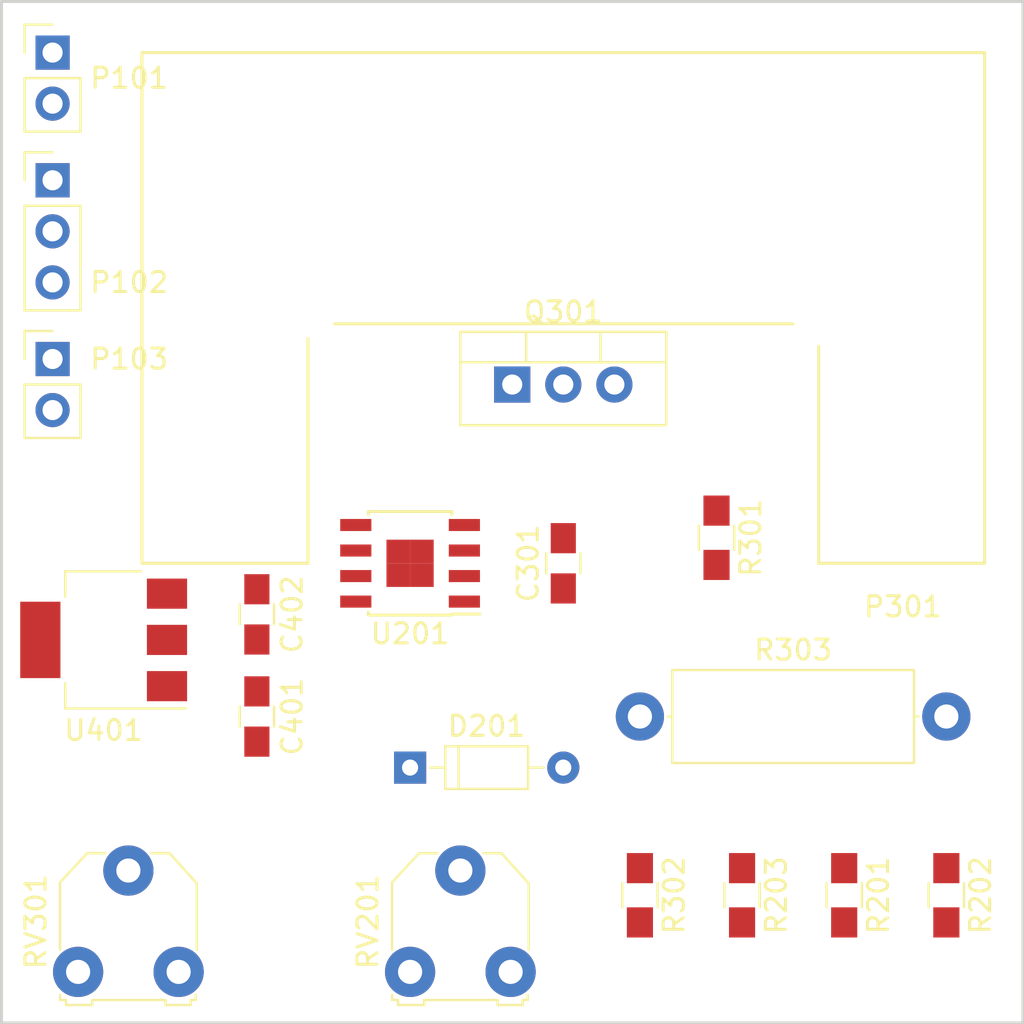
<source format=kicad_pcb>
(kicad_pcb (version 4) (host pcbnew 4.0.5)

  (general
    (links 32)
    (no_connects 32)
    (area 0 0 0 0)
    (thickness 1.6)
    (drawings 4)
    (tracks 0)
    (zones 0)
    (modules 19)
    (nets 13)
  )

  (page A4)
  (layers
    (0 F.Cu signal)
    (31 B.Cu signal)
    (32 B.Adhes user)
    (33 F.Adhes user)
    (34 B.Paste user)
    (35 F.Paste user)
    (36 B.SilkS user)
    (37 F.SilkS user)
    (38 B.Mask user)
    (39 F.Mask user)
    (40 Dwgs.User user)
    (41 Cmts.User user)
    (42 Eco1.User user)
    (43 Eco2.User user)
    (44 Edge.Cuts user)
    (45 Margin user)
    (46 B.CrtYd user)
    (47 F.CrtYd user)
    (48 B.Fab user)
    (49 F.Fab user)
  )

  (setup
    (last_trace_width 0.25)
    (trace_clearance 0.2)
    (zone_clearance 0.508)
    (zone_45_only no)
    (trace_min 0.2)
    (segment_width 0.2)
    (edge_width 0.15)
    (via_size 0.6)
    (via_drill 0.4)
    (via_min_size 0.4)
    (via_min_drill 0.3)
    (uvia_size 0.3)
    (uvia_drill 0.1)
    (uvias_allowed no)
    (uvia_min_size 0.2)
    (uvia_min_drill 0.1)
    (pcb_text_width 0.3)
    (pcb_text_size 1.5 1.5)
    (mod_edge_width 0.15)
    (mod_text_size 1 1)
    (mod_text_width 0.15)
    (pad_size 1.524 1.524)
    (pad_drill 0.762)
    (pad_to_mask_clearance 0.2)
    (aux_axis_origin 0 0)
    (visible_elements FFFFFF7F)
    (pcbplotparams
      (layerselection 0x00030_80000001)
      (usegerberextensions false)
      (excludeedgelayer true)
      (linewidth 0.100000)
      (plotframeref false)
      (viasonmask false)
      (mode 1)
      (useauxorigin false)
      (hpglpennumber 1)
      (hpglpenspeed 20)
      (hpglpendiameter 15)
      (hpglpenoverlay 2)
      (psnegative false)
      (psa4output false)
      (plotreference true)
      (plotvalue true)
      (plotinvisibletext false)
      (padsonsilk false)
      (subtractmaskfromsilk false)
      (outputformat 1)
      (mirror false)
      (drillshape 1)
      (scaleselection 1)
      (outputdirectory ""))
  )

  (net 0 "")
  (net 1 +3V3)
  (net 2 GND)
  (net 3 "/Power Regulation/Vin")
  (net 4 "Net-(D201-Pad1)")
  (net 5 "/Current Control/FET_Gate")
  (net 6 "Net-(P101-Pad1)")
  (net 7 "/Current Control/Current_Sink_In")
  (net 8 "Net-(Q301-Pad3)")
  (net 9 "Net-(R201-Pad2)")
  (net 10 "Net-(R203-Pad1)")
  (net 11 "Net-(R301-Pad1)")
  (net 12 "Net-(R302-Pad2)")

  (net_class Default "This is the default net class."
    (clearance 0.2)
    (trace_width 0.25)
    (via_dia 0.6)
    (via_drill 0.4)
    (uvia_dia 0.3)
    (uvia_drill 0.1)
    (add_net +3V3)
    (add_net "/Current Control/Current_Sink_In")
    (add_net "/Current Control/FET_Gate")
    (add_net "/Power Regulation/Vin")
    (add_net GND)
    (add_net "Net-(D201-Pad1)")
    (add_net "Net-(P101-Pad1)")
    (add_net "Net-(Q301-Pad3)")
    (add_net "Net-(R201-Pad2)")
    (add_net "Net-(R203-Pad1)")
    (add_net "Net-(R301-Pad1)")
    (add_net "Net-(R302-Pad2)")
  )

  (module Capacitors_SMD:C_0805_HandSoldering (layer F.Cu) (tedit 58AA84A8) (tstamp 58B410CF)
    (at 137.16 72.39 90)
    (descr "Capacitor SMD 0805, hand soldering")
    (tags "capacitor 0805")
    (path /58B3E494/58B3F228)
    (attr smd)
    (fp_text reference C301 (at 0 -1.75 90) (layer F.SilkS)
      (effects (font (size 1 1) (thickness 0.15)))
    )
    (fp_text value C (at 0 1.75 90) (layer F.Fab)
      (effects (font (size 1 1) (thickness 0.15)))
    )
    (fp_text user %R (at 0 -1.75 90) (layer F.Fab)
      (effects (font (size 1 1) (thickness 0.15)))
    )
    (fp_line (start -1 0.62) (end -1 -0.62) (layer F.Fab) (width 0.1))
    (fp_line (start 1 0.62) (end -1 0.62) (layer F.Fab) (width 0.1))
    (fp_line (start 1 -0.62) (end 1 0.62) (layer F.Fab) (width 0.1))
    (fp_line (start -1 -0.62) (end 1 -0.62) (layer F.Fab) (width 0.1))
    (fp_line (start 0.5 -0.85) (end -0.5 -0.85) (layer F.SilkS) (width 0.12))
    (fp_line (start -0.5 0.85) (end 0.5 0.85) (layer F.SilkS) (width 0.12))
    (fp_line (start -2.25 -0.88) (end 2.25 -0.88) (layer F.CrtYd) (width 0.05))
    (fp_line (start -2.25 -0.88) (end -2.25 0.87) (layer F.CrtYd) (width 0.05))
    (fp_line (start 2.25 0.87) (end 2.25 -0.88) (layer F.CrtYd) (width 0.05))
    (fp_line (start 2.25 0.87) (end -2.25 0.87) (layer F.CrtYd) (width 0.05))
    (pad 1 smd rect (at -1.25 0 90) (size 1.5 1.25) (layers F.Cu F.Paste F.Mask)
      (net 1 +3V3))
    (pad 2 smd rect (at 1.25 0 90) (size 1.5 1.25) (layers F.Cu F.Paste F.Mask)
      (net 2 GND))
    (model Capacitors_SMD.3dshapes/C_0805.wrl
      (at (xyz 0 0 0))
      (scale (xyz 1 1 1))
      (rotate (xyz 0 0 0))
    )
  )

  (module Capacitors_SMD:C_0805_HandSoldering (layer F.Cu) (tedit 58AA84A8) (tstamp 58B410D5)
    (at 121.92 80.01 270)
    (descr "Capacitor SMD 0805, hand soldering")
    (tags "capacitor 0805")
    (path /58B3E4BE/58B3E9D2)
    (attr smd)
    (fp_text reference C401 (at 0 -1.75 270) (layer F.SilkS)
      (effects (font (size 1 1) (thickness 0.15)))
    )
    (fp_text value C (at 0 1.75 270) (layer F.Fab)
      (effects (font (size 1 1) (thickness 0.15)))
    )
    (fp_text user %R (at 0 -1.75 270) (layer F.Fab)
      (effects (font (size 1 1) (thickness 0.15)))
    )
    (fp_line (start -1 0.62) (end -1 -0.62) (layer F.Fab) (width 0.1))
    (fp_line (start 1 0.62) (end -1 0.62) (layer F.Fab) (width 0.1))
    (fp_line (start 1 -0.62) (end 1 0.62) (layer F.Fab) (width 0.1))
    (fp_line (start -1 -0.62) (end 1 -0.62) (layer F.Fab) (width 0.1))
    (fp_line (start 0.5 -0.85) (end -0.5 -0.85) (layer F.SilkS) (width 0.12))
    (fp_line (start -0.5 0.85) (end 0.5 0.85) (layer F.SilkS) (width 0.12))
    (fp_line (start -2.25 -0.88) (end 2.25 -0.88) (layer F.CrtYd) (width 0.05))
    (fp_line (start -2.25 -0.88) (end -2.25 0.87) (layer F.CrtYd) (width 0.05))
    (fp_line (start 2.25 0.87) (end 2.25 -0.88) (layer F.CrtYd) (width 0.05))
    (fp_line (start 2.25 0.87) (end -2.25 0.87) (layer F.CrtYd) (width 0.05))
    (pad 1 smd rect (at -1.25 0 270) (size 1.5 1.25) (layers F.Cu F.Paste F.Mask)
      (net 3 "/Power Regulation/Vin"))
    (pad 2 smd rect (at 1.25 0 270) (size 1.5 1.25) (layers F.Cu F.Paste F.Mask)
      (net 2 GND))
    (model Capacitors_SMD.3dshapes/C_0805.wrl
      (at (xyz 0 0 0))
      (scale (xyz 1 1 1))
      (rotate (xyz 0 0 0))
    )
  )

  (module Capacitors_SMD:C_0805_HandSoldering (layer F.Cu) (tedit 58AA84A8) (tstamp 58B410DB)
    (at 121.92 74.93 270)
    (descr "Capacitor SMD 0805, hand soldering")
    (tags "capacitor 0805")
    (path /58B3E4BE/58B3E9DA)
    (attr smd)
    (fp_text reference C402 (at 0 -1.75 270) (layer F.SilkS)
      (effects (font (size 1 1) (thickness 0.15)))
    )
    (fp_text value 22U (at 0 1.75 270) (layer F.Fab)
      (effects (font (size 1 1) (thickness 0.15)))
    )
    (fp_text user %R (at 0 -1.75 270) (layer F.Fab)
      (effects (font (size 1 1) (thickness 0.15)))
    )
    (fp_line (start -1 0.62) (end -1 -0.62) (layer F.Fab) (width 0.1))
    (fp_line (start 1 0.62) (end -1 0.62) (layer F.Fab) (width 0.1))
    (fp_line (start 1 -0.62) (end 1 0.62) (layer F.Fab) (width 0.1))
    (fp_line (start -1 -0.62) (end 1 -0.62) (layer F.Fab) (width 0.1))
    (fp_line (start 0.5 -0.85) (end -0.5 -0.85) (layer F.SilkS) (width 0.12))
    (fp_line (start -0.5 0.85) (end 0.5 0.85) (layer F.SilkS) (width 0.12))
    (fp_line (start -2.25 -0.88) (end 2.25 -0.88) (layer F.CrtYd) (width 0.05))
    (fp_line (start -2.25 -0.88) (end -2.25 0.87) (layer F.CrtYd) (width 0.05))
    (fp_line (start 2.25 0.87) (end 2.25 -0.88) (layer F.CrtYd) (width 0.05))
    (fp_line (start 2.25 0.87) (end -2.25 0.87) (layer F.CrtYd) (width 0.05))
    (pad 1 smd rect (at -1.25 0 270) (size 1.5 1.25) (layers F.Cu F.Paste F.Mask)
      (net 1 +3V3))
    (pad 2 smd rect (at 1.25 0 270) (size 1.5 1.25) (layers F.Cu F.Paste F.Mask)
      (net 2 GND))
    (model Capacitors_SMD.3dshapes/C_0805.wrl
      (at (xyz 0 0 0))
      (scale (xyz 1 1 1))
      (rotate (xyz 0 0 0))
    )
  )

  (module Diodes_ThroughHole:D_DO-35_SOD27_P7.62mm_Horizontal (layer F.Cu) (tedit 5877C982) (tstamp 58B410E1)
    (at 129.54 82.55)
    (descr "D, DO-35_SOD27 series, Axial, Horizontal, pin pitch=7.62mm, , length*diameter=4*2mm^2, , http://www.diodes.com/_files/packages/DO-35.pdf")
    (tags "D DO-35_SOD27 series Axial Horizontal pin pitch 7.62mm  length 4mm diameter 2mm")
    (path /58B3E427/58B412C9)
    (fp_text reference D201 (at 3.81 -2.06) (layer F.SilkS)
      (effects (font (size 1 1) (thickness 0.15)))
    )
    (fp_text value D (at 3.81 2.06) (layer F.Fab)
      (effects (font (size 1 1) (thickness 0.15)))
    )
    (fp_line (start 1.81 -1) (end 1.81 1) (layer F.Fab) (width 0.1))
    (fp_line (start 1.81 1) (end 5.81 1) (layer F.Fab) (width 0.1))
    (fp_line (start 5.81 1) (end 5.81 -1) (layer F.Fab) (width 0.1))
    (fp_line (start 5.81 -1) (end 1.81 -1) (layer F.Fab) (width 0.1))
    (fp_line (start 0 0) (end 1.81 0) (layer F.Fab) (width 0.1))
    (fp_line (start 7.62 0) (end 5.81 0) (layer F.Fab) (width 0.1))
    (fp_line (start 2.41 -1) (end 2.41 1) (layer F.Fab) (width 0.1))
    (fp_line (start 1.75 -1.06) (end 1.75 1.06) (layer F.SilkS) (width 0.12))
    (fp_line (start 1.75 1.06) (end 5.87 1.06) (layer F.SilkS) (width 0.12))
    (fp_line (start 5.87 1.06) (end 5.87 -1.06) (layer F.SilkS) (width 0.12))
    (fp_line (start 5.87 -1.06) (end 1.75 -1.06) (layer F.SilkS) (width 0.12))
    (fp_line (start 0.98 0) (end 1.75 0) (layer F.SilkS) (width 0.12))
    (fp_line (start 6.64 0) (end 5.87 0) (layer F.SilkS) (width 0.12))
    (fp_line (start 2.41 -1.06) (end 2.41 1.06) (layer F.SilkS) (width 0.12))
    (fp_line (start -1.05 -1.35) (end -1.05 1.35) (layer F.CrtYd) (width 0.05))
    (fp_line (start -1.05 1.35) (end 8.7 1.35) (layer F.CrtYd) (width 0.05))
    (fp_line (start 8.7 1.35) (end 8.7 -1.35) (layer F.CrtYd) (width 0.05))
    (fp_line (start 8.7 -1.35) (end -1.05 -1.35) (layer F.CrtYd) (width 0.05))
    (pad 1 thru_hole rect (at 0 0) (size 1.6 1.6) (drill 0.8) (layers *.Cu *.Mask)
      (net 4 "Net-(D201-Pad1)"))
    (pad 2 thru_hole oval (at 7.62 0) (size 1.6 1.6) (drill 0.8) (layers *.Cu *.Mask)
      (net 5 "/Current Control/FET_Gate"))
    (model Diodes_THT.3dshapes/D_DO-35_SOD27_P7.62mm_Horizontal.wrl
      (at (xyz 0 0 0))
      (scale (xyz 0.393701 0.393701 0.393701))
      (rotate (xyz 0 0 0))
    )
  )

  (module Pin_Headers:Pin_Header_Straight_1x02_Pitch2.54mm (layer F.Cu) (tedit 58B54559) (tstamp 58B410E7)
    (at 111.76 46.99)
    (descr "Through hole straight pin header, 1x02, 2.54mm pitch, single row")
    (tags "Through hole pin header THT 1x02 2.54mm single row")
    (path /58B2CB42)
    (fp_text reference P101 (at 3.81 1.27) (layer F.SilkS)
      (effects (font (size 1 1) (thickness 0.15)))
    )
    (fp_text value "Battery Input" (at 7.62 -1.27) (layer F.Fab)
      (effects (font (size 1 1) (thickness 0.15)))
    )
    (fp_line (start -1.27 -1.27) (end -1.27 3.81) (layer F.Fab) (width 0.1))
    (fp_line (start -1.27 3.81) (end 1.27 3.81) (layer F.Fab) (width 0.1))
    (fp_line (start 1.27 3.81) (end 1.27 -1.27) (layer F.Fab) (width 0.1))
    (fp_line (start 1.27 -1.27) (end -1.27 -1.27) (layer F.Fab) (width 0.1))
    (fp_line (start -1.39 1.27) (end -1.39 3.93) (layer F.SilkS) (width 0.12))
    (fp_line (start -1.39 3.93) (end 1.39 3.93) (layer F.SilkS) (width 0.12))
    (fp_line (start 1.39 3.93) (end 1.39 1.27) (layer F.SilkS) (width 0.12))
    (fp_line (start 1.39 1.27) (end -1.39 1.27) (layer F.SilkS) (width 0.12))
    (fp_line (start -1.39 0) (end -1.39 -1.39) (layer F.SilkS) (width 0.12))
    (fp_line (start -1.39 -1.39) (end 0 -1.39) (layer F.SilkS) (width 0.12))
    (fp_line (start -1.6 -1.6) (end -1.6 4.1) (layer F.CrtYd) (width 0.05))
    (fp_line (start -1.6 4.1) (end 1.6 4.1) (layer F.CrtYd) (width 0.05))
    (fp_line (start 1.6 4.1) (end 1.6 -1.6) (layer F.CrtYd) (width 0.05))
    (fp_line (start 1.6 -1.6) (end -1.6 -1.6) (layer F.CrtYd) (width 0.05))
    (pad 1 thru_hole rect (at 0 0) (size 1.7 1.7) (drill 1) (layers *.Cu *.Mask)
      (net 6 "Net-(P101-Pad1)"))
    (pad 2 thru_hole oval (at 0 2.54) (size 1.7 1.7) (drill 1) (layers *.Cu *.Mask)
      (net 2 GND))
    (model Pin_Headers.3dshapes/Pin_Header_Straight_1x02_Pitch2.54mm.wrl
      (at (xyz 0 -0.05 0))
      (scale (xyz 1 1 1))
      (rotate (xyz 0 0 90))
    )
  )

  (module Pin_Headers:Pin_Header_Straight_1x03_Pitch2.54mm (layer F.Cu) (tedit 58B54571) (tstamp 58B410EE)
    (at 111.76 53.34)
    (descr "Through hole straight pin header, 1x03, 2.54mm pitch, single row")
    (tags "Through hole pin header THT 1x03 2.54mm single row")
    (path /58B2C889)
    (fp_text reference P102 (at 3.81 5.08) (layer F.SilkS)
      (effects (font (size 1 1) (thickness 0.15)))
    )
    (fp_text value CONN_01X03 (at 6.35 0) (layer F.Fab)
      (effects (font (size 1 1) (thickness 0.15)))
    )
    (fp_line (start -1.27 -1.27) (end -1.27 6.35) (layer F.Fab) (width 0.1))
    (fp_line (start -1.27 6.35) (end 1.27 6.35) (layer F.Fab) (width 0.1))
    (fp_line (start 1.27 6.35) (end 1.27 -1.27) (layer F.Fab) (width 0.1))
    (fp_line (start 1.27 -1.27) (end -1.27 -1.27) (layer F.Fab) (width 0.1))
    (fp_line (start -1.39 1.27) (end -1.39 6.47) (layer F.SilkS) (width 0.12))
    (fp_line (start -1.39 6.47) (end 1.39 6.47) (layer F.SilkS) (width 0.12))
    (fp_line (start 1.39 6.47) (end 1.39 1.27) (layer F.SilkS) (width 0.12))
    (fp_line (start 1.39 1.27) (end -1.39 1.27) (layer F.SilkS) (width 0.12))
    (fp_line (start -1.39 0) (end -1.39 -1.39) (layer F.SilkS) (width 0.12))
    (fp_line (start -1.39 -1.39) (end 0 -1.39) (layer F.SilkS) (width 0.12))
    (fp_line (start -1.6 -1.6) (end -1.6 6.6) (layer F.CrtYd) (width 0.05))
    (fp_line (start -1.6 6.6) (end 1.6 6.6) (layer F.CrtYd) (width 0.05))
    (fp_line (start 1.6 6.6) (end 1.6 -1.6) (layer F.CrtYd) (width 0.05))
    (fp_line (start 1.6 -1.6) (end -1.6 -1.6) (layer F.CrtYd) (width 0.05))
    (pad 1 thru_hole rect (at 0 0) (size 1.7 1.7) (drill 1) (layers *.Cu *.Mask)
      (net 6 "Net-(P101-Pad1)"))
    (pad 2 thru_hole oval (at 0 2.54) (size 1.7 1.7) (drill 1) (layers *.Cu *.Mask)
      (net 3 "/Power Regulation/Vin"))
    (pad 3 thru_hole oval (at 0 5.08) (size 1.7 1.7) (drill 1) (layers *.Cu *.Mask)
      (net 7 "/Current Control/Current_Sink_In"))
    (model Pin_Headers.3dshapes/Pin_Header_Straight_1x03_Pitch2.54mm.wrl
      (at (xyz 0 -0.1 0))
      (scale (xyz 1 1 1))
      (rotate (xyz 0 0 90))
    )
  )

  (module Pin_Headers:Pin_Header_Straight_1x02_Pitch2.54mm (layer F.Cu) (tedit 58B54587) (tstamp 58B410F4)
    (at 111.76 62.23)
    (descr "Through hole straight pin header, 1x02, 2.54mm pitch, single row")
    (tags "Through hole pin header THT 1x02 2.54mm single row")
    (path /58B0DB73)
    (fp_text reference P103 (at 3.81 0) (layer F.SilkS)
      (effects (font (size 1 1) (thickness 0.15)))
    )
    (fp_text value "Current Sink Input" (at 5.08 5.08) (layer F.Fab)
      (effects (font (size 1 1) (thickness 0.15)))
    )
    (fp_line (start -1.27 -1.27) (end -1.27 3.81) (layer F.Fab) (width 0.1))
    (fp_line (start -1.27 3.81) (end 1.27 3.81) (layer F.Fab) (width 0.1))
    (fp_line (start 1.27 3.81) (end 1.27 -1.27) (layer F.Fab) (width 0.1))
    (fp_line (start 1.27 -1.27) (end -1.27 -1.27) (layer F.Fab) (width 0.1))
    (fp_line (start -1.39 1.27) (end -1.39 3.93) (layer F.SilkS) (width 0.12))
    (fp_line (start -1.39 3.93) (end 1.39 3.93) (layer F.SilkS) (width 0.12))
    (fp_line (start 1.39 3.93) (end 1.39 1.27) (layer F.SilkS) (width 0.12))
    (fp_line (start 1.39 1.27) (end -1.39 1.27) (layer F.SilkS) (width 0.12))
    (fp_line (start -1.39 0) (end -1.39 -1.39) (layer F.SilkS) (width 0.12))
    (fp_line (start -1.39 -1.39) (end 0 -1.39) (layer F.SilkS) (width 0.12))
    (fp_line (start -1.6 -1.6) (end -1.6 4.1) (layer F.CrtYd) (width 0.05))
    (fp_line (start -1.6 4.1) (end 1.6 4.1) (layer F.CrtYd) (width 0.05))
    (fp_line (start 1.6 4.1) (end 1.6 -1.6) (layer F.CrtYd) (width 0.05))
    (fp_line (start 1.6 -1.6) (end -1.6 -1.6) (layer F.CrtYd) (width 0.05))
    (pad 1 thru_hole rect (at 0 0) (size 1.7 1.7) (drill 1) (layers *.Cu *.Mask)
      (net 7 "/Current Control/Current_Sink_In"))
    (pad 2 thru_hole oval (at 0 2.54) (size 1.7 1.7) (drill 1) (layers *.Cu *.Mask)
      (net 2 GND))
    (model Pin_Headers.3dshapes/Pin_Header_Straight_1x02_Pitch2.54mm.wrl
      (at (xyz 0 -0.05 0))
      (scale (xyz 1 1 1))
      (rotate (xyz 0 0 90))
    )
  )

  (module TO_SOT_Packages_THT:TO-220_Vertical (layer F.Cu) (tedit 58A217F2) (tstamp 58B410FB)
    (at 134.62 63.5)
    (descr "TO-220, Vertical, RM 2.54mm")
    (tags "TO-220 Vertical RM 2.54mm")
    (path /58B3E494/58B3F206)
    (fp_text reference Q301 (at 2.54 -3.62) (layer F.SilkS)
      (effects (font (size 1 1) (thickness 0.15)))
    )
    (fp_text value IRL640A (at 2.54 3.92) (layer F.Fab)
      (effects (font (size 1 1) (thickness 0.15)))
    )
    (fp_line (start -2.46 -2.5) (end -2.46 1.9) (layer F.Fab) (width 0.1))
    (fp_line (start -2.46 1.9) (end 7.54 1.9) (layer F.Fab) (width 0.1))
    (fp_line (start 7.54 1.9) (end 7.54 -2.5) (layer F.Fab) (width 0.1))
    (fp_line (start 7.54 -2.5) (end -2.46 -2.5) (layer F.Fab) (width 0.1))
    (fp_line (start -2.46 -1.23) (end 7.54 -1.23) (layer F.Fab) (width 0.1))
    (fp_line (start 0.69 -2.5) (end 0.69 -1.23) (layer F.Fab) (width 0.1))
    (fp_line (start 4.39 -2.5) (end 4.39 -1.23) (layer F.Fab) (width 0.1))
    (fp_line (start -2.58 -2.62) (end 7.66 -2.62) (layer F.SilkS) (width 0.12))
    (fp_line (start -2.58 2.021) (end 7.66 2.021) (layer F.SilkS) (width 0.12))
    (fp_line (start -2.58 -2.62) (end -2.58 2.021) (layer F.SilkS) (width 0.12))
    (fp_line (start 7.66 -2.62) (end 7.66 2.021) (layer F.SilkS) (width 0.12))
    (fp_line (start -2.58 -1.11) (end 7.66 -1.11) (layer F.SilkS) (width 0.12))
    (fp_line (start 0.69 -2.62) (end 0.69 -1.11) (layer F.SilkS) (width 0.12))
    (fp_line (start 4.391 -2.62) (end 4.391 -1.11) (layer F.SilkS) (width 0.12))
    (fp_line (start -2.71 -2.75) (end -2.71 2.16) (layer F.CrtYd) (width 0.05))
    (fp_line (start -2.71 2.16) (end 7.79 2.16) (layer F.CrtYd) (width 0.05))
    (fp_line (start 7.79 2.16) (end 7.79 -2.75) (layer F.CrtYd) (width 0.05))
    (fp_line (start 7.79 -2.75) (end -2.71 -2.75) (layer F.CrtYd) (width 0.05))
    (fp_text user %R (at 2.54 -3.62) (layer F.Fab)
      (effects (font (size 1 1) (thickness 0.15)))
    )
    (pad 1 thru_hole rect (at 0 0) (size 1.8 1.8) (drill 1) (layers *.Cu *.Mask)
      (net 7 "/Current Control/Current_Sink_In"))
    (pad 2 thru_hole oval (at 2.54 0) (size 1.8 1.8) (drill 1) (layers *.Cu *.Mask)
      (net 5 "/Current Control/FET_Gate"))
    (pad 3 thru_hole oval (at 5.08 0) (size 1.8 1.8) (drill 1) (layers *.Cu *.Mask)
      (net 8 "Net-(Q301-Pad3)"))
    (model TO_SOT_Packages_THT.3dshapes/TO-220_Vertical.wrl
      (at (xyz 0.1 0 0))
      (scale (xyz 0.393701 0.393701 0.393701))
      (rotate (xyz 0 0 0))
    )
  )

  (module Resistors_SMD:R_0805_HandSoldering (layer F.Cu) (tedit 58AADA1D) (tstamp 58B41101)
    (at 151.13 88.9 270)
    (descr "Resistor SMD 0805, hand soldering")
    (tags "resistor 0805")
    (path /58B3E427/58B41354)
    (attr smd)
    (fp_text reference R201 (at 0 -1.7 270) (layer F.SilkS)
      (effects (font (size 1 1) (thickness 0.15)))
    )
    (fp_text value 9K (at 0 1.75 270) (layer F.Fab)
      (effects (font (size 1 1) (thickness 0.15)))
    )
    (fp_text user %R (at 0 -1.7 270) (layer F.Fab)
      (effects (font (size 1 1) (thickness 0.15)))
    )
    (fp_line (start -1 0.62) (end -1 -0.62) (layer F.Fab) (width 0.1))
    (fp_line (start 1 0.62) (end -1 0.62) (layer F.Fab) (width 0.1))
    (fp_line (start 1 -0.62) (end 1 0.62) (layer F.Fab) (width 0.1))
    (fp_line (start -1 -0.62) (end 1 -0.62) (layer F.Fab) (width 0.1))
    (fp_line (start 0.6 0.88) (end -0.6 0.88) (layer F.SilkS) (width 0.12))
    (fp_line (start -0.6 -0.88) (end 0.6 -0.88) (layer F.SilkS) (width 0.12))
    (fp_line (start -2.35 -0.9) (end 2.35 -0.9) (layer F.CrtYd) (width 0.05))
    (fp_line (start -2.35 -0.9) (end -2.35 0.9) (layer F.CrtYd) (width 0.05))
    (fp_line (start 2.35 0.9) (end 2.35 -0.9) (layer F.CrtYd) (width 0.05))
    (fp_line (start 2.35 0.9) (end -2.35 0.9) (layer F.CrtYd) (width 0.05))
    (pad 1 smd rect (at -1.35 0 270) (size 1.5 1.3) (layers F.Cu F.Paste F.Mask)
      (net 7 "/Current Control/Current_Sink_In"))
    (pad 2 smd rect (at 1.35 0 270) (size 1.5 1.3) (layers F.Cu F.Paste F.Mask)
      (net 9 "Net-(R201-Pad2)"))
    (model Resistors_SMD.3dshapes/R_0805.wrl
      (at (xyz 0 0 0))
      (scale (xyz 1 1 1))
      (rotate (xyz 0 0 0))
    )
  )

  (module Resistors_SMD:R_0805_HandSoldering (layer F.Cu) (tedit 58AADA1D) (tstamp 58B41107)
    (at 156.21 88.9 270)
    (descr "Resistor SMD 0805, hand soldering")
    (tags "resistor 0805")
    (path /58B3E427/58B41411)
    (attr smd)
    (fp_text reference R202 (at 0 -1.7 270) (layer F.SilkS)
      (effects (font (size 1 1) (thickness 0.15)))
    )
    (fp_text value 1K (at 0 1.75 270) (layer F.Fab)
      (effects (font (size 1 1) (thickness 0.15)))
    )
    (fp_text user %R (at 0 -1.7 270) (layer F.Fab)
      (effects (font (size 1 1) (thickness 0.15)))
    )
    (fp_line (start -1 0.62) (end -1 -0.62) (layer F.Fab) (width 0.1))
    (fp_line (start 1 0.62) (end -1 0.62) (layer F.Fab) (width 0.1))
    (fp_line (start 1 -0.62) (end 1 0.62) (layer F.Fab) (width 0.1))
    (fp_line (start -1 -0.62) (end 1 -0.62) (layer F.Fab) (width 0.1))
    (fp_line (start 0.6 0.88) (end -0.6 0.88) (layer F.SilkS) (width 0.12))
    (fp_line (start -0.6 -0.88) (end 0.6 -0.88) (layer F.SilkS) (width 0.12))
    (fp_line (start -2.35 -0.9) (end 2.35 -0.9) (layer F.CrtYd) (width 0.05))
    (fp_line (start -2.35 -0.9) (end -2.35 0.9) (layer F.CrtYd) (width 0.05))
    (fp_line (start 2.35 0.9) (end 2.35 -0.9) (layer F.CrtYd) (width 0.05))
    (fp_line (start 2.35 0.9) (end -2.35 0.9) (layer F.CrtYd) (width 0.05))
    (pad 1 smd rect (at -1.35 0 270) (size 1.5 1.3) (layers F.Cu F.Paste F.Mask)
      (net 9 "Net-(R201-Pad2)"))
    (pad 2 smd rect (at 1.35 0 270) (size 1.5 1.3) (layers F.Cu F.Paste F.Mask)
      (net 2 GND))
    (model Resistors_SMD.3dshapes/R_0805.wrl
      (at (xyz 0 0 0))
      (scale (xyz 1 1 1))
      (rotate (xyz 0 0 0))
    )
  )

  (module Resistors_SMD:R_0805_HandSoldering (layer F.Cu) (tedit 58AADA1D) (tstamp 58B4110D)
    (at 146.05 88.9 270)
    (descr "Resistor SMD 0805, hand soldering")
    (tags "resistor 0805")
    (path /58B3E427/58B41AC4)
    (attr smd)
    (fp_text reference R203 (at 0 -1.7 270) (layer F.SilkS)
      (effects (font (size 1 1) (thickness 0.15)))
    )
    (fp_text value R (at 0 1.75 270) (layer F.Fab)
      (effects (font (size 1 1) (thickness 0.15)))
    )
    (fp_text user %R (at 0 -1.7 270) (layer F.Fab)
      (effects (font (size 1 1) (thickness 0.15)))
    )
    (fp_line (start -1 0.62) (end -1 -0.62) (layer F.Fab) (width 0.1))
    (fp_line (start 1 0.62) (end -1 0.62) (layer F.Fab) (width 0.1))
    (fp_line (start 1 -0.62) (end 1 0.62) (layer F.Fab) (width 0.1))
    (fp_line (start -1 -0.62) (end 1 -0.62) (layer F.Fab) (width 0.1))
    (fp_line (start 0.6 0.88) (end -0.6 0.88) (layer F.SilkS) (width 0.12))
    (fp_line (start -0.6 -0.88) (end 0.6 -0.88) (layer F.SilkS) (width 0.12))
    (fp_line (start -2.35 -0.9) (end 2.35 -0.9) (layer F.CrtYd) (width 0.05))
    (fp_line (start -2.35 -0.9) (end -2.35 0.9) (layer F.CrtYd) (width 0.05))
    (fp_line (start 2.35 0.9) (end 2.35 -0.9) (layer F.CrtYd) (width 0.05))
    (fp_line (start 2.35 0.9) (end -2.35 0.9) (layer F.CrtYd) (width 0.05))
    (pad 1 smd rect (at -1.35 0 270) (size 1.5 1.3) (layers F.Cu F.Paste F.Mask)
      (net 10 "Net-(R203-Pad1)"))
    (pad 2 smd rect (at 1.35 0 270) (size 1.5 1.3) (layers F.Cu F.Paste F.Mask)
      (net 2 GND))
    (model Resistors_SMD.3dshapes/R_0805.wrl
      (at (xyz 0 0 0))
      (scale (xyz 1 1 1))
      (rotate (xyz 0 0 0))
    )
  )

  (module Resistors_SMD:R_0805_HandSoldering (layer F.Cu) (tedit 58AADA1D) (tstamp 58B41113)
    (at 144.78 71.12 270)
    (descr "Resistor SMD 0805, hand soldering")
    (tags "resistor 0805")
    (path /58B3E494/58B3F20D)
    (attr smd)
    (fp_text reference R301 (at 0 -1.7 270) (layer F.SilkS)
      (effects (font (size 1 1) (thickness 0.15)))
    )
    (fp_text value R (at 0 1.75 270) (layer F.Fab)
      (effects (font (size 1 1) (thickness 0.15)))
    )
    (fp_text user %R (at 0 -1.7 270) (layer F.Fab)
      (effects (font (size 1 1) (thickness 0.15)))
    )
    (fp_line (start -1 0.62) (end -1 -0.62) (layer F.Fab) (width 0.1))
    (fp_line (start 1 0.62) (end -1 0.62) (layer F.Fab) (width 0.1))
    (fp_line (start 1 -0.62) (end 1 0.62) (layer F.Fab) (width 0.1))
    (fp_line (start -1 -0.62) (end 1 -0.62) (layer F.Fab) (width 0.1))
    (fp_line (start 0.6 0.88) (end -0.6 0.88) (layer F.SilkS) (width 0.12))
    (fp_line (start -0.6 -0.88) (end 0.6 -0.88) (layer F.SilkS) (width 0.12))
    (fp_line (start -2.35 -0.9) (end 2.35 -0.9) (layer F.CrtYd) (width 0.05))
    (fp_line (start -2.35 -0.9) (end -2.35 0.9) (layer F.CrtYd) (width 0.05))
    (fp_line (start 2.35 0.9) (end 2.35 -0.9) (layer F.CrtYd) (width 0.05))
    (fp_line (start 2.35 0.9) (end -2.35 0.9) (layer F.CrtYd) (width 0.05))
    (pad 1 smd rect (at -1.35 0 270) (size 1.5 1.3) (layers F.Cu F.Paste F.Mask)
      (net 11 "Net-(R301-Pad1)"))
    (pad 2 smd rect (at 1.35 0 270) (size 1.5 1.3) (layers F.Cu F.Paste F.Mask)
      (net 2 GND))
    (model Resistors_SMD.3dshapes/R_0805.wrl
      (at (xyz 0 0 0))
      (scale (xyz 1 1 1))
      (rotate (xyz 0 0 0))
    )
  )

  (module Resistors_SMD:R_0805_HandSoldering (layer F.Cu) (tedit 58AADA1D) (tstamp 58B41119)
    (at 140.97 88.9 270)
    (descr "Resistor SMD 0805, hand soldering")
    (tags "resistor 0805")
    (path /58B3E494/58B3F5CF)
    (attr smd)
    (fp_text reference R302 (at 0 -1.7 270) (layer F.SilkS)
      (effects (font (size 1 1) (thickness 0.15)))
    )
    (fp_text value 1K (at 0 1.75 270) (layer F.Fab)
      (effects (font (size 1 1) (thickness 0.15)))
    )
    (fp_text user %R (at 0 -1.7 270) (layer F.Fab)
      (effects (font (size 1 1) (thickness 0.15)))
    )
    (fp_line (start -1 0.62) (end -1 -0.62) (layer F.Fab) (width 0.1))
    (fp_line (start 1 0.62) (end -1 0.62) (layer F.Fab) (width 0.1))
    (fp_line (start 1 -0.62) (end 1 0.62) (layer F.Fab) (width 0.1))
    (fp_line (start -1 -0.62) (end 1 -0.62) (layer F.Fab) (width 0.1))
    (fp_line (start 0.6 0.88) (end -0.6 0.88) (layer F.SilkS) (width 0.12))
    (fp_line (start -0.6 -0.88) (end 0.6 -0.88) (layer F.SilkS) (width 0.12))
    (fp_line (start -2.35 -0.9) (end 2.35 -0.9) (layer F.CrtYd) (width 0.05))
    (fp_line (start -2.35 -0.9) (end -2.35 0.9) (layer F.CrtYd) (width 0.05))
    (fp_line (start 2.35 0.9) (end 2.35 -0.9) (layer F.CrtYd) (width 0.05))
    (fp_line (start 2.35 0.9) (end -2.35 0.9) (layer F.CrtYd) (width 0.05))
    (pad 1 smd rect (at -1.35 0 270) (size 1.5 1.3) (layers F.Cu F.Paste F.Mask)
      (net 5 "/Current Control/FET_Gate"))
    (pad 2 smd rect (at 1.35 0 270) (size 1.5 1.3) (layers F.Cu F.Paste F.Mask)
      (net 12 "Net-(R302-Pad2)"))
    (model Resistors_SMD.3dshapes/R_0805.wrl
      (at (xyz 0 0 0))
      (scale (xyz 1 1 1))
      (rotate (xyz 0 0 0))
    )
  )

  (module Resistors_ThroughHole:R_Axial_DIN0414_L11.9mm_D4.5mm_P15.24mm_Horizontal (layer F.Cu) (tedit 5874F706) (tstamp 58B4111F)
    (at 140.97 80.01)
    (descr "Resistor, Axial_DIN0414 series, Axial, Horizontal, pin pitch=15.24mm, 2W, length*diameter=11.9*4.5mm^2, http://www.vishay.com/docs/20128/wkxwrx.pdf")
    (tags "Resistor Axial_DIN0414 series Axial Horizontal pin pitch 15.24mm 2W length 11.9mm diameter 4.5mm")
    (path /58B3E494/58B3F1F8)
    (fp_text reference R303 (at 7.62 -3.31) (layer F.SilkS)
      (effects (font (size 1 1) (thickness 0.15)))
    )
    (fp_text value .1 (at 7.62 3.31) (layer F.Fab)
      (effects (font (size 1 1) (thickness 0.15)))
    )
    (fp_line (start 1.67 -2.25) (end 1.67 2.25) (layer F.Fab) (width 0.1))
    (fp_line (start 1.67 2.25) (end 13.57 2.25) (layer F.Fab) (width 0.1))
    (fp_line (start 13.57 2.25) (end 13.57 -2.25) (layer F.Fab) (width 0.1))
    (fp_line (start 13.57 -2.25) (end 1.67 -2.25) (layer F.Fab) (width 0.1))
    (fp_line (start 0 0) (end 1.67 0) (layer F.Fab) (width 0.1))
    (fp_line (start 15.24 0) (end 13.57 0) (layer F.Fab) (width 0.1))
    (fp_line (start 1.61 -2.31) (end 1.61 2.31) (layer F.SilkS) (width 0.12))
    (fp_line (start 1.61 2.31) (end 13.63 2.31) (layer F.SilkS) (width 0.12))
    (fp_line (start 13.63 2.31) (end 13.63 -2.31) (layer F.SilkS) (width 0.12))
    (fp_line (start 13.63 -2.31) (end 1.61 -2.31) (layer F.SilkS) (width 0.12))
    (fp_line (start 1.38 0) (end 1.61 0) (layer F.SilkS) (width 0.12))
    (fp_line (start 13.86 0) (end 13.63 0) (layer F.SilkS) (width 0.12))
    (fp_line (start -1.45 -2.6) (end -1.45 2.6) (layer F.CrtYd) (width 0.05))
    (fp_line (start -1.45 2.6) (end 16.7 2.6) (layer F.CrtYd) (width 0.05))
    (fp_line (start 16.7 2.6) (end 16.7 -2.6) (layer F.CrtYd) (width 0.05))
    (fp_line (start 16.7 -2.6) (end -1.45 -2.6) (layer F.CrtYd) (width 0.05))
    (pad 1 thru_hole circle (at 0 0) (size 2.4 2.4) (drill 1.2) (layers *.Cu *.Mask)
      (net 8 "Net-(Q301-Pad3)"))
    (pad 2 thru_hole oval (at 15.24 0) (size 2.4 2.4) (drill 1.2) (layers *.Cu *.Mask)
      (net 2 GND))
    (model Resistors_THT.3dshapes/R_Axial_DIN0414_L11.9mm_D4.5mm_P15.24mm_Horizontal.wrl
      (at (xyz 0 0 0))
      (scale (xyz 0.393701 0.393701 0.393701))
      (rotate (xyz 0 0 0))
    )
  )

  (module Housings_SOIC:SOIC-8-1EP_3.9x4.9mm_Pitch1.27mm (layer F.Cu) (tedit 574D9865) (tstamp 58B4113D)
    (at 129.54 72.39 180)
    (descr "8-Lead Thermally Enhanced Plastic Small Outline (SE) - Narrow, 3.90 mm Body [SOIC] (see Microchip Packaging Specification 00000049BS.pdf)")
    (tags "SOIC 1.27")
    (path /58B3E427/58B3FDA1)
    (attr smd)
    (fp_text reference U201 (at 0 -3.5 180) (layer F.SilkS)
      (effects (font (size 1 1) (thickness 0.15)))
    )
    (fp_text value LMV358 (at 0 3.5 180) (layer F.Fab)
      (effects (font (size 1 1) (thickness 0.15)))
    )
    (fp_line (start -0.95 -2.45) (end 1.95 -2.45) (layer F.Fab) (width 0.15))
    (fp_line (start 1.95 -2.45) (end 1.95 2.45) (layer F.Fab) (width 0.15))
    (fp_line (start 1.95 2.45) (end -1.95 2.45) (layer F.Fab) (width 0.15))
    (fp_line (start -1.95 2.45) (end -1.95 -1.45) (layer F.Fab) (width 0.15))
    (fp_line (start -1.95 -1.45) (end -0.95 -2.45) (layer F.Fab) (width 0.15))
    (fp_line (start -3.75 -2.75) (end -3.75 2.75) (layer F.CrtYd) (width 0.05))
    (fp_line (start 3.75 -2.75) (end 3.75 2.75) (layer F.CrtYd) (width 0.05))
    (fp_line (start -3.75 -2.75) (end 3.75 -2.75) (layer F.CrtYd) (width 0.05))
    (fp_line (start -3.75 2.75) (end 3.75 2.75) (layer F.CrtYd) (width 0.05))
    (fp_line (start -2.075 -2.575) (end -2.075 -2.525) (layer F.SilkS) (width 0.15))
    (fp_line (start 2.075 -2.575) (end 2.075 -2.43) (layer F.SilkS) (width 0.15))
    (fp_line (start 2.075 2.575) (end 2.075 2.43) (layer F.SilkS) (width 0.15))
    (fp_line (start -2.075 2.575) (end -2.075 2.43) (layer F.SilkS) (width 0.15))
    (fp_line (start -2.075 -2.575) (end 2.075 -2.575) (layer F.SilkS) (width 0.15))
    (fp_line (start -2.075 2.575) (end 2.075 2.575) (layer F.SilkS) (width 0.15))
    (fp_line (start -2.075 -2.525) (end -3.475 -2.525) (layer F.SilkS) (width 0.15))
    (pad 1 smd rect (at -2.7 -1.905 180) (size 1.55 0.6) (layers F.Cu F.Paste F.Mask)
      (net 4 "Net-(D201-Pad1)"))
    (pad 2 smd rect (at -2.7 -0.635 180) (size 1.55 0.6) (layers F.Cu F.Paste F.Mask)
      (net 9 "Net-(R201-Pad2)"))
    (pad 3 smd rect (at -2.7 0.635 180) (size 1.55 0.6) (layers F.Cu F.Paste F.Mask)
      (net 10 "Net-(R203-Pad1)"))
    (pad 4 smd rect (at -2.7 1.905 180) (size 1.55 0.6) (layers F.Cu F.Paste F.Mask)
      (net 2 GND))
    (pad 5 smd rect (at 2.7 1.905 180) (size 1.55 0.6) (layers F.Cu F.Paste F.Mask)
      (net 11 "Net-(R301-Pad1)"))
    (pad 6 smd rect (at 2.7 0.635 180) (size 1.55 0.6) (layers F.Cu F.Paste F.Mask)
      (net 8 "Net-(Q301-Pad3)"))
    (pad 7 smd rect (at 2.7 -0.635 180) (size 1.55 0.6) (layers F.Cu F.Paste F.Mask)
      (net 12 "Net-(R302-Pad2)"))
    (pad 8 smd rect (at 2.7 -1.905 180) (size 1.55 0.6) (layers F.Cu F.Paste F.Mask)
      (net 1 +3V3))
    (pad 9 smd rect (at 0.5875 0.5875 180) (size 1.175 1.175) (layers F.Cu F.Paste F.Mask)
      (solder_paste_margin_ratio -0.2))
    (pad 9 smd rect (at 0.5875 -0.5875 180) (size 1.175 1.175) (layers F.Cu F.Paste F.Mask)
      (solder_paste_margin_ratio -0.2))
    (pad 9 smd rect (at -0.5875 0.5875 180) (size 1.175 1.175) (layers F.Cu F.Paste F.Mask)
      (solder_paste_margin_ratio -0.2))
    (pad 9 smd rect (at -0.5875 -0.5875 180) (size 1.175 1.175) (layers F.Cu F.Paste F.Mask)
      (solder_paste_margin_ratio -0.2))
    (model Housings_SOIC.3dshapes/SOIC-8-1EP_3.9x4.9mm_Pitch1.27mm.wrl
      (at (xyz 0 0 0))
      (scale (xyz 1 1 1))
      (rotate (xyz 0 0 0))
    )
  )

  (module TO_SOT_Packages_SMD:SOT-223 (layer F.Cu) (tedit 5883B228) (tstamp 58B41145)
    (at 114.3 76.2 180)
    (descr "module CMS SOT223 4 pins")
    (tags "CMS SOT")
    (path /58B3E4BE/58B3E9E2)
    (attr smd)
    (fp_text reference U401 (at 0 -4.5 180) (layer F.SilkS)
      (effects (font (size 1 1) (thickness 0.15)))
    )
    (fp_text value AMS1117 (at 0 4.5 180) (layer F.Fab)
      (effects (font (size 1 1) (thickness 0.15)))
    )
    (fp_line (start -1.85 -2.3) (end -0.8 -3.35) (layer F.Fab) (width 0.1))
    (fp_line (start 1.91 3.41) (end 1.91 2.15) (layer F.SilkS) (width 0.12))
    (fp_line (start 1.91 -3.41) (end 1.91 -2.15) (layer F.SilkS) (width 0.12))
    (fp_line (start 4.4 -3.6) (end -4.4 -3.6) (layer F.CrtYd) (width 0.05))
    (fp_line (start 4.4 3.6) (end 4.4 -3.6) (layer F.CrtYd) (width 0.05))
    (fp_line (start -4.4 3.6) (end 4.4 3.6) (layer F.CrtYd) (width 0.05))
    (fp_line (start -4.4 -3.6) (end -4.4 3.6) (layer F.CrtYd) (width 0.05))
    (fp_line (start -1.85 -2.3) (end -1.85 3.35) (layer F.Fab) (width 0.1))
    (fp_line (start -1.85 3.41) (end 1.91 3.41) (layer F.SilkS) (width 0.12))
    (fp_line (start -0.8 -3.35) (end 1.85 -3.35) (layer F.Fab) (width 0.1))
    (fp_line (start -4.1 -3.41) (end 1.91 -3.41) (layer F.SilkS) (width 0.12))
    (fp_line (start -1.85 3.35) (end 1.85 3.35) (layer F.Fab) (width 0.1))
    (fp_line (start 1.85 -3.35) (end 1.85 3.35) (layer F.Fab) (width 0.1))
    (pad 4 smd rect (at 3.15 0 180) (size 2 3.8) (layers F.Cu F.Paste F.Mask))
    (pad 2 smd rect (at -3.15 0 180) (size 2 1.5) (layers F.Cu F.Paste F.Mask)
      (net 2 GND))
    (pad 3 smd rect (at -3.15 2.3 180) (size 2 1.5) (layers F.Cu F.Paste F.Mask))
    (pad 1 smd rect (at -3.15 -2.3 180) (size 2 1.5) (layers F.Cu F.Paste F.Mask)
      (net 3 "/Power Regulation/Vin"))
    (model TO_SOT_Packages_SMD.3dshapes/SOT-223.wrl
      (at (xyz 0 0 0))
      (scale (xyz 0.4 0.4 0.4))
      (rotate (xyz 0 0 90))
    )
  )

  (module Potentiometers:Potentiometer_Triwood_RM-065 (layer F.Cu) (tedit 5882291E) (tstamp 58B5338F)
    (at 129.54 92.71)
    (descr "Potentiometer, Trimmer, RM-065")
    (tags "Potentiometer Trimmer RM-065")
    (path /58B3E427/58B41ACB)
    (fp_text reference RV201 (at -2.1 -2.5 90) (layer F.SilkS)
      (effects (font (size 1 1) (thickness 0.15)))
    )
    (fp_text value POT (at 7.5 -2.5 90) (layer F.Fab)
      (effects (font (size 1 1) (thickness 0.15)))
    )
    (fp_line (start 5.85 1.15) (end 5.85 1.4) (layer F.SilkS) (width 0.12))
    (fp_line (start 5.85 1.4) (end 5.6 1.4) (layer F.SilkS) (width 0.12))
    (fp_line (start 5.6 1.4) (end 5.6 1.65) (layer F.SilkS) (width 0.12))
    (fp_line (start 5.6 1.65) (end 4.35 1.65) (layer F.SilkS) (width 0.12))
    (fp_line (start 4.35 1.65) (end 4.35 1.4) (layer F.SilkS) (width 0.12))
    (fp_line (start 4.35 1.4) (end 0.7 1.4) (layer F.SilkS) (width 0.12))
    (fp_line (start 0.7 1.4) (end 0.7 1.65) (layer F.SilkS) (width 0.12))
    (fp_line (start 0.7 1.65) (end -0.6 1.65) (layer F.SilkS) (width 0.12))
    (fp_line (start -0.6 1.65) (end -0.6 1.4) (layer F.SilkS) (width 0.12))
    (fp_line (start -0.6 1.4) (end -0.9 1.4) (layer F.SilkS) (width 0.12))
    (fp_line (start -0.9 1.4) (end -0.9 1.15) (layer F.SilkS) (width 0.12))
    (fp_line (start 3.65 -5.9) (end 4.55 -5.9) (layer F.SilkS) (width 0.12))
    (fp_line (start 4.55 -5.9) (end 5.9 -4.4) (layer F.SilkS) (width 0.12))
    (fp_line (start 5.9 -4.4) (end 5.9 -1.1) (layer F.SilkS) (width 0.12))
    (fp_line (start -0.9 -1.1) (end -0.9 -4.45) (layer F.SilkS) (width 0.12))
    (fp_line (start -0.9 -4.45) (end 0.45 -5.9) (layer F.SilkS) (width 0.12))
    (fp_line (start 0.45 -5.9) (end 1.35 -5.9) (layer F.SilkS) (width 0.12))
    (fp_line (start 5.8 1.2) (end 5.8 -1.15) (layer F.Fab) (width 0.1))
    (fp_line (start -0.8 -1.1) (end -0.8 1.2) (layer F.Fab) (width 0.1))
    (fp_line (start 2.25 -2.88) (end 2.25 -3.64) (layer F.Fab) (width 0.1))
    (fp_line (start 2.75 -2.88) (end 2.75 -3.64) (layer F.Fab) (width 0.1))
    (fp_line (start -0.8 1.31) (end -0.8 1.18) (layer F.Fab) (width 0.1))
    (fp_line (start -0.8 -2.5) (end -0.8 -1.1) (layer F.Fab) (width 0.1))
    (fp_line (start 5.8 1.31) (end 5.8 1.18) (layer F.Fab) (width 0.1))
    (fp_line (start 5.8 -2.5) (end 5.8 -1.1) (layer F.Fab) (width 0.1))
    (fp_line (start 1.23 -0.47) (end 3.77 -0.47) (layer F.Fab) (width 0.1))
    (fp_line (start 4.53 -5.8) (end 3.64 -5.8) (layer F.Fab) (width 0.1))
    (fp_line (start 1.36 -5.8) (end 0.47 -5.8) (layer F.Fab) (width 0.1))
    (fp_line (start 4.15 -2.88) (end 4.66 -2.88) (layer F.Fab) (width 0.1))
    (fp_line (start 4.66 -2.88) (end 4.66 -2.12) (layer F.Fab) (width 0.1))
    (fp_line (start 4.66 -2.12) (end 4.15 -2.12) (layer F.Fab) (width 0.1))
    (fp_line (start 0.85 -2.88) (end 0.34 -2.88) (layer F.Fab) (width 0.1))
    (fp_line (start 0.34 -2.88) (end 0.34 -2.12) (layer F.Fab) (width 0.1))
    (fp_line (start 0.34 -2.12) (end 0.85 -2.12) (layer F.Fab) (width 0.1))
    (fp_line (start 3.01 -2.25) (end 4.15 -2.25) (layer F.Fab) (width 0.1))
    (fp_line (start 3.01 -2.75) (end 4.15 -2.75) (layer F.Fab) (width 0.1))
    (fp_line (start 1.99 -2.25) (end 0.85 -2.25) (layer F.Fab) (width 0.1))
    (fp_line (start 1.99 -2.75) (end 0.85 -2.75) (layer F.Fab) (width 0.1))
    (fp_line (start 2.75 -2.12) (end 2.75 -0.85) (layer F.Fab) (width 0.1))
    (fp_line (start 2.25 -2.12) (end 2.25 -0.85) (layer F.Fab) (width 0.1))
    (fp_line (start 1.99 -2.88) (end 1.99 -2.12) (layer F.Fab) (width 0.1))
    (fp_line (start 1.99 -2.12) (end 3.01 -2.12) (layer F.Fab) (width 0.1))
    (fp_line (start 3.01 -2.12) (end 3.01 -2.88) (layer F.Fab) (width 0.1))
    (fp_line (start 3.01 -2.88) (end 1.99 -2.88) (layer F.Fab) (width 0.1))
    (fp_line (start 0.47 -5.8) (end -0.8 -4.4) (layer F.Fab) (width 0.1))
    (fp_line (start -0.8 -4.4) (end -0.8 -2.5) (layer F.Fab) (width 0.1))
    (fp_line (start 4.53 -5.8) (end 5.8 -4.4) (layer F.Fab) (width 0.1))
    (fp_line (start 5.8 -4.4) (end 5.8 -2.5) (layer F.Fab) (width 0.1))
    (fp_line (start 5.55 1.31) (end 5.55 1.56) (layer F.Fab) (width 0.1))
    (fp_line (start 5.55 1.56) (end 4.4 1.56) (layer F.Fab) (width 0.1))
    (fp_line (start 4.4 1.56) (end 4.4 1.31) (layer F.Fab) (width 0.1))
    (fp_line (start -0.55 1.31) (end -0.55 1.56) (layer F.Fab) (width 0.1))
    (fp_line (start -0.55 1.56) (end 0.59 1.56) (layer F.Fab) (width 0.1))
    (fp_line (start 0.59 1.56) (end 0.59 1.31) (layer F.Fab) (width 0.1))
    (fp_line (start -0.8 1.31) (end 5.8 1.31) (layer F.Fab) (width 0.1))
    (fp_line (start -1.5 -6.54) (end 6.5 -6.54) (layer F.CrtYd) (width 0.05))
    (fp_line (start -1.5 -6.54) (end -1.5 1.81) (layer F.CrtYd) (width 0.05))
    (fp_line (start 6.5 1.81) (end 6.5 -6.54) (layer F.CrtYd) (width 0.05))
    (fp_line (start 6.5 1.81) (end -1.5 1.81) (layer F.CrtYd) (width 0.05))
    (fp_circle (center 2.5 -2.5) (end 4.7 -0.2) (layer F.Fab) (width 0.1))
    (fp_arc (start 2.5 -2.5) (end 4.15 -2.25) (angle 90) (layer F.Fab) (width 0.1))
    (fp_arc (start 2.5 -2.5) (end 2.63 -0.85) (angle 90) (layer F.Fab) (width 0.1))
    (fp_arc (start 2.5 -2.5) (end 3.39 -3.9) (angle 90) (layer F.Fab) (width 0.1))
    (fp_arc (start 2.5 -2.5) (end 1.1 -1.61) (angle 90) (layer F.Fab) (width 0.1))
    (pad 2 thru_hole circle (at 2.5 -5.04) (size 2.5 2.5) (drill 1.2) (layers *.Cu *.Mask)
      (net 1 +3V3))
    (pad 3 thru_hole circle (at 5 0) (size 2.5 2.5) (drill 1.2) (layers *.Cu *.Mask)
      (net 10 "Net-(R203-Pad1)"))
    (pad 1 thru_hole circle (at 0 0) (size 2.5 2.5) (drill 1.2) (layers *.Cu *.Mask))
    (model Potentiometers.3dshapes/Potentiometer_Triwood_RM-065.wrl
      (at (xyz 0 0 0))
      (scale (xyz 4 4 4))
      (rotate (xyz 0 0 0))
    )
  )

  (module Potentiometers:Potentiometer_Triwood_RM-065 (layer F.Cu) (tedit 5882291E) (tstamp 58B53395)
    (at 113.03 92.71)
    (descr "Potentiometer, Trimmer, RM-065")
    (tags "Potentiometer Trimmer RM-065")
    (path /58B3E494/58B3F21A)
    (fp_text reference RV301 (at -2.1 -2.5 90) (layer F.SilkS)
      (effects (font (size 1 1) (thickness 0.15)))
    )
    (fp_text value POT (at 7.5 -2.5 90) (layer F.Fab)
      (effects (font (size 1 1) (thickness 0.15)))
    )
    (fp_line (start 5.85 1.15) (end 5.85 1.4) (layer F.SilkS) (width 0.12))
    (fp_line (start 5.85 1.4) (end 5.6 1.4) (layer F.SilkS) (width 0.12))
    (fp_line (start 5.6 1.4) (end 5.6 1.65) (layer F.SilkS) (width 0.12))
    (fp_line (start 5.6 1.65) (end 4.35 1.65) (layer F.SilkS) (width 0.12))
    (fp_line (start 4.35 1.65) (end 4.35 1.4) (layer F.SilkS) (width 0.12))
    (fp_line (start 4.35 1.4) (end 0.7 1.4) (layer F.SilkS) (width 0.12))
    (fp_line (start 0.7 1.4) (end 0.7 1.65) (layer F.SilkS) (width 0.12))
    (fp_line (start 0.7 1.65) (end -0.6 1.65) (layer F.SilkS) (width 0.12))
    (fp_line (start -0.6 1.65) (end -0.6 1.4) (layer F.SilkS) (width 0.12))
    (fp_line (start -0.6 1.4) (end -0.9 1.4) (layer F.SilkS) (width 0.12))
    (fp_line (start -0.9 1.4) (end -0.9 1.15) (layer F.SilkS) (width 0.12))
    (fp_line (start 3.65 -5.9) (end 4.55 -5.9) (layer F.SilkS) (width 0.12))
    (fp_line (start 4.55 -5.9) (end 5.9 -4.4) (layer F.SilkS) (width 0.12))
    (fp_line (start 5.9 -4.4) (end 5.9 -1.1) (layer F.SilkS) (width 0.12))
    (fp_line (start -0.9 -1.1) (end -0.9 -4.45) (layer F.SilkS) (width 0.12))
    (fp_line (start -0.9 -4.45) (end 0.45 -5.9) (layer F.SilkS) (width 0.12))
    (fp_line (start 0.45 -5.9) (end 1.35 -5.9) (layer F.SilkS) (width 0.12))
    (fp_line (start 5.8 1.2) (end 5.8 -1.15) (layer F.Fab) (width 0.1))
    (fp_line (start -0.8 -1.1) (end -0.8 1.2) (layer F.Fab) (width 0.1))
    (fp_line (start 2.25 -2.88) (end 2.25 -3.64) (layer F.Fab) (width 0.1))
    (fp_line (start 2.75 -2.88) (end 2.75 -3.64) (layer F.Fab) (width 0.1))
    (fp_line (start -0.8 1.31) (end -0.8 1.18) (layer F.Fab) (width 0.1))
    (fp_line (start -0.8 -2.5) (end -0.8 -1.1) (layer F.Fab) (width 0.1))
    (fp_line (start 5.8 1.31) (end 5.8 1.18) (layer F.Fab) (width 0.1))
    (fp_line (start 5.8 -2.5) (end 5.8 -1.1) (layer F.Fab) (width 0.1))
    (fp_line (start 1.23 -0.47) (end 3.77 -0.47) (layer F.Fab) (width 0.1))
    (fp_line (start 4.53 -5.8) (end 3.64 -5.8) (layer F.Fab) (width 0.1))
    (fp_line (start 1.36 -5.8) (end 0.47 -5.8) (layer F.Fab) (width 0.1))
    (fp_line (start 4.15 -2.88) (end 4.66 -2.88) (layer F.Fab) (width 0.1))
    (fp_line (start 4.66 -2.88) (end 4.66 -2.12) (layer F.Fab) (width 0.1))
    (fp_line (start 4.66 -2.12) (end 4.15 -2.12) (layer F.Fab) (width 0.1))
    (fp_line (start 0.85 -2.88) (end 0.34 -2.88) (layer F.Fab) (width 0.1))
    (fp_line (start 0.34 -2.88) (end 0.34 -2.12) (layer F.Fab) (width 0.1))
    (fp_line (start 0.34 -2.12) (end 0.85 -2.12) (layer F.Fab) (width 0.1))
    (fp_line (start 3.01 -2.25) (end 4.15 -2.25) (layer F.Fab) (width 0.1))
    (fp_line (start 3.01 -2.75) (end 4.15 -2.75) (layer F.Fab) (width 0.1))
    (fp_line (start 1.99 -2.25) (end 0.85 -2.25) (layer F.Fab) (width 0.1))
    (fp_line (start 1.99 -2.75) (end 0.85 -2.75) (layer F.Fab) (width 0.1))
    (fp_line (start 2.75 -2.12) (end 2.75 -0.85) (layer F.Fab) (width 0.1))
    (fp_line (start 2.25 -2.12) (end 2.25 -0.85) (layer F.Fab) (width 0.1))
    (fp_line (start 1.99 -2.88) (end 1.99 -2.12) (layer F.Fab) (width 0.1))
    (fp_line (start 1.99 -2.12) (end 3.01 -2.12) (layer F.Fab) (width 0.1))
    (fp_line (start 3.01 -2.12) (end 3.01 -2.88) (layer F.Fab) (width 0.1))
    (fp_line (start 3.01 -2.88) (end 1.99 -2.88) (layer F.Fab) (width 0.1))
    (fp_line (start 0.47 -5.8) (end -0.8 -4.4) (layer F.Fab) (width 0.1))
    (fp_line (start -0.8 -4.4) (end -0.8 -2.5) (layer F.Fab) (width 0.1))
    (fp_line (start 4.53 -5.8) (end 5.8 -4.4) (layer F.Fab) (width 0.1))
    (fp_line (start 5.8 -4.4) (end 5.8 -2.5) (layer F.Fab) (width 0.1))
    (fp_line (start 5.55 1.31) (end 5.55 1.56) (layer F.Fab) (width 0.1))
    (fp_line (start 5.55 1.56) (end 4.4 1.56) (layer F.Fab) (width 0.1))
    (fp_line (start 4.4 1.56) (end 4.4 1.31) (layer F.Fab) (width 0.1))
    (fp_line (start -0.55 1.31) (end -0.55 1.56) (layer F.Fab) (width 0.1))
    (fp_line (start -0.55 1.56) (end 0.59 1.56) (layer F.Fab) (width 0.1))
    (fp_line (start 0.59 1.56) (end 0.59 1.31) (layer F.Fab) (width 0.1))
    (fp_line (start -0.8 1.31) (end 5.8 1.31) (layer F.Fab) (width 0.1))
    (fp_line (start -1.5 -6.54) (end 6.5 -6.54) (layer F.CrtYd) (width 0.05))
    (fp_line (start -1.5 -6.54) (end -1.5 1.81) (layer F.CrtYd) (width 0.05))
    (fp_line (start 6.5 1.81) (end 6.5 -6.54) (layer F.CrtYd) (width 0.05))
    (fp_line (start 6.5 1.81) (end -1.5 1.81) (layer F.CrtYd) (width 0.05))
    (fp_circle (center 2.5 -2.5) (end 4.7 -0.2) (layer F.Fab) (width 0.1))
    (fp_arc (start 2.5 -2.5) (end 4.15 -2.25) (angle 90) (layer F.Fab) (width 0.1))
    (fp_arc (start 2.5 -2.5) (end 2.63 -0.85) (angle 90) (layer F.Fab) (width 0.1))
    (fp_arc (start 2.5 -2.5) (end 3.39 -3.9) (angle 90) (layer F.Fab) (width 0.1))
    (fp_arc (start 2.5 -2.5) (end 1.1 -1.61) (angle 90) (layer F.Fab) (width 0.1))
    (pad 2 thru_hole circle (at 2.5 -5.04) (size 2.5 2.5) (drill 1.2) (layers *.Cu *.Mask)
      (net 1 +3V3))
    (pad 3 thru_hole circle (at 5 0) (size 2.5 2.5) (drill 1.2) (layers *.Cu *.Mask)
      (net 11 "Net-(R301-Pad1)"))
    (pad 1 thru_hole circle (at 0 0) (size 2.5 2.5) (drill 1.2) (layers *.Cu *.Mask))
    (model Potentiometers.3dshapes/Potentiometer_Triwood_RM-065.wrl
      (at (xyz 0 0 0))
      (scale (xyz 4 4 4))
      (rotate (xyz 0 0 0))
    )
  )

  (module Current:Heatsink_Aavid_6398BG (layer F.Cu) (tedit 58B53D3C) (tstamp 58B54169)
    (at 137.16 59.69)
    (path /58B3E494/58B53821)
    (fp_text reference P301 (at 16.891 14.859) (layer F.SilkS)
      (effects (font (size 1 1) (thickness 0.15)))
    )
    (fp_text value Heatsink (at -0.254 -2.286) (layer F.Fab)
      (effects (font (size 1 1) (thickness 0.15)))
    )
    (fp_line (start -12.7 1.524) (end -12.7 12.7) (layer F.SilkS) (width 0.15))
    (fp_line (start -12.7 12.7) (end -20.955 12.7) (layer F.SilkS) (width 0.15))
    (fp_line (start -20.955 12.7) (end -20.955 -12.7) (layer F.SilkS) (width 0.15))
    (fp_line (start -20.955 -12.7) (end 20.955 -12.7) (layer F.SilkS) (width 0.15))
    (fp_line (start 11.43 0.7874) (end -11.3792 0.7874) (layer F.SilkS) (width 0.15))
    (fp_line (start 20.955 -12.7) (end 20.955 12.7) (layer F.SilkS) (width 0.15))
    (fp_line (start 20.955 12.7) (end 12.7 12.7) (layer F.SilkS) (width 0.15))
    (fp_line (start 12.7 12.7) (end 12.7 1.905) (layer F.SilkS) (width 0.15))
    (pad "" np_thru_hole circle (at 12.7 0) (size 2.8956 2.8956) (drill 2.8956) (layers *.Cu *.Mask))
    (pad "" np_thru_hole circle (at -12.7 0) (size 2.8956 2.8956) (drill 2.8956) (layers *.Cu *.Mask))
  )

  (gr_line (start 160.02 44.45) (end 109.22 44.45) (angle 90) (layer Edge.Cuts) (width 0.15))
  (gr_line (start 160.02 95.25) (end 160.02 44.45) (angle 90) (layer Edge.Cuts) (width 0.15))
  (gr_line (start 109.22 95.25) (end 160.02 95.25) (angle 90) (layer Edge.Cuts) (width 0.15))
  (gr_line (start 109.22 44.45) (end 109.22 95.25) (angle 90) (layer Edge.Cuts) (width 0.15))

)

</source>
